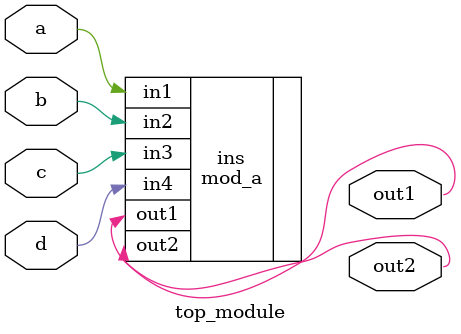
<source format=v>
module top_module ( 
    input a, 
    input b, 
    input c,
    input d,
    output out1,
    output out2
);
    mod_a ins (.in1(a),.in2(b),.in3(c),.in4(d),.out1(out1),.out2(out2));
    
endmodule
</source>
